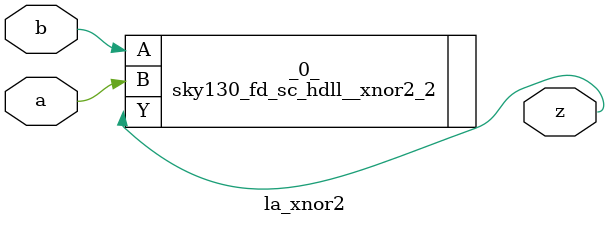
<source format=v>

/* Generated by Yosys 0.44 (git sha1 80ba43d26, g++ 11.4.0-1ubuntu1~22.04 -fPIC -O3) */

(* top =  1  *)
(* src = "inputs/la_xnor2.v:10.1-20.10" *)
module la_xnor2 (
    a,
    b,
    z
);
  (* src = "inputs/la_xnor2.v:13.12-13.13" *)
  input a;
  wire a;
  (* src = "inputs/la_xnor2.v:14.12-14.13" *)
  input b;
  wire b;
  (* src = "inputs/la_xnor2.v:15.12-15.13" *)
  output z;
  wire z;
  sky130_fd_sc_hdll__xnor2_2 _0_ (
      .A(b),
      .B(a),
      .Y(z)
  );
endmodule

</source>
